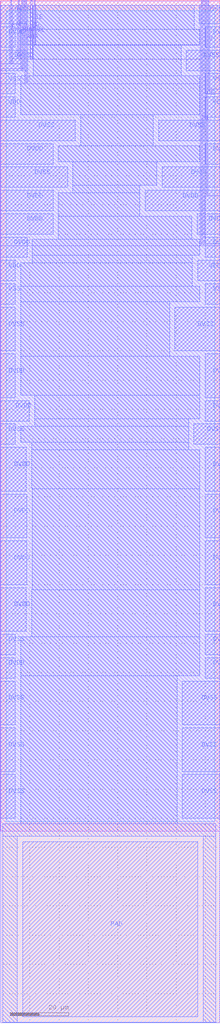
<source format=lef>
VERSION 5.7 ;
  NOWIREEXTENSIONATPIN ON ;
  DIVIDERCHAR "/" ;
  BUSBITCHARS "[]" ;
MACRO gf180mcu_ocd_io__bi_a
  CLASS PAD INOUT ;
  FOREIGN gf180mcu_ocd_io__bi_a ;
  ORIGIN 0.000 0.000 ;
  SIZE 75.000 BY 350.000 ;
  SYMMETRY X Y R90 ;
  SITE GF_IO_Site ;
  PIN A
    DIRECTION INPUT ;
    USE SIGNAL ;
    ANTENNAGATEAREA 0.504000 ;
    ANTENNADIFFAREA 1.000000 ;
    PORT
      LAYER Metal2 ;
        RECT 69.400 267.070 69.780 350.000 ;
    END
  END A
  PIN ANA
    ANTENNAGATEAREA 21.490000 ;
    ANTENNADIFFAREA 80.000000 ;
    PORT
      LAYER Metal2 ;
        RECT 8.530 321.790 8.910 350.005 ;
    END
  END ANA
  PIN CS
    DIRECTION INPUT ;
    USE SIGNAL ;
    ANTENNAGATEAREA 0.504000 ;
    ANTENNADIFFAREA 1.000000 ;
    PORT
      LAYER Metal2 ;
        RECT 3.360 328.545 3.740 350.000 ;
    END
  END CS
  PIN DVDD
    DIRECTION INOUT ;
    USE POWER ;
    PORT
      LAYER Metal3 ;
        RECT 0.000 182.000 8.810 197.000 ;
    END
    PORT
      LAYER Metal3 ;
        RECT 0.000 214.000 5.000 229.000 ;
    END
    PORT
      LAYER Metal3 ;
        RECT 0.000 334.000 5.000 341.000 ;
    END
    PORT
      LAYER Metal3 ;
        RECT 0.000 294.000 17.930 301.000 ;
    END
    PORT
      LAYER Metal3 ;
        RECT 0.000 278.000 17.930 285.000 ;
    END
    PORT
      LAYER Metal3 ;
        RECT 0.000 270.000 17.930 277.000 ;
    END
    PORT
      LAYER Metal3 ;
        RECT 0.000 262.000 9.070 269.000 ;
    END
    PORT
      LAYER Metal3 ;
        RECT 0.000 206.000 9.815 213.000 ;
    END
    PORT
      LAYER Metal3 ;
        RECT 0.000 118.000 5.000 125.000 ;
    END
    PORT
      LAYER Metal3 ;
        RECT 0.000 134.000 8.810 149.000 ;
    END
    PORT
      LAYER Metal3 ;
        RECT 0.000 150.000 8.905 165.000 ;
    END
    PORT
      LAYER Metal3 ;
        RECT 0.000 166.000 8.905 181.000 ;
    END
    PORT
      LAYER Metal3 ;
        RECT 70.000 182.000 75.000 197.000 ;
    END
    PORT
      LAYER Metal3 ;
        RECT 70.000 214.000 75.000 229.000 ;
    END
    PORT
      LAYER Metal3 ;
        RECT 70.000 334.000 75.000 341.000 ;
    END
    PORT
      LAYER Metal3 ;
        RECT 70.000 294.000 75.000 301.000 ;
    END
    PORT
      LAYER Metal3 ;
        RECT 49.445 278.000 75.000 285.000 ;
    END
    PORT
      LAYER Metal3 ;
        RECT 67.195 270.000 75.000 277.000 ;
    END
    PORT
      LAYER Metal3 ;
        RECT 70.000 262.000 75.000 269.000 ;
    END
    PORT
      LAYER Metal3 ;
        RECT 70.000 206.000 75.000 213.000 ;
    END
    PORT
      LAYER Metal3 ;
        RECT 70.000 118.000 75.000 125.000 ;
    END
    PORT
      LAYER Metal3 ;
        RECT 70.000 134.000 75.000 149.000 ;
    END
    PORT
      LAYER Metal3 ;
        RECT 70.000 150.000 75.000 165.000 ;
    END
    PORT
      LAYER Metal3 ;
        RECT 70.000 166.000 75.000 181.000 ;
    END
  END DVDD
  PIN DVSS
    DIRECTION INOUT ;
    USE GROUND ;
    PORT
      LAYER Metal3 ;
        RECT 0.000 86.000 5.000 101.000 ;
    END
    PORT
      LAYER Metal3 ;
        RECT 0.000 70.000 5.000 85.000 ;
    END
    PORT
      LAYER Metal3 ;
        RECT 0.000 230.000 5.000 245.000 ;
    END
    PORT
      LAYER Metal3 ;
        RECT 0.000 198.000 5.000 205.000 ;
    END
    PORT
      LAYER Metal3 ;
        RECT 0.000 102.000 5.000 117.000 ;
    END
    PORT
      LAYER Metal3 ;
        RECT 0.000 126.000 5.000 133.000 ;
    END
    PORT
      LAYER Metal3 ;
        RECT 0.000 286.000 22.880 293.000 ;
    END
    PORT
      LAYER Metal3 ;
        RECT 0.000 302.000 25.555 309.000 ;
    END
    PORT
      LAYER Metal3 ;
        RECT 0.000 326.000 9.320 333.000 ;
    END
    PORT
      LAYER Metal3 ;
        RECT 0.000 342.000 9.320 348.390 ;
    END
    PORT
      LAYER Metal3 ;
        RECT 62.215 86.000 75.000 101.000 ;
    END
    PORT
      LAYER Metal3 ;
        RECT 62.215 70.000 75.000 85.000 ;
    END
    PORT
      LAYER Metal3 ;
        RECT 59.650 230.000 75.000 245.000 ;
    END
    PORT
      LAYER Metal3 ;
        RECT 66.125 198.000 75.000 205.000 ;
    END
    PORT
      LAYER Metal3 ;
        RECT 62.215 102.000 75.000 117.000 ;
    END
    PORT
      LAYER Metal3 ;
        RECT 70.000 126.000 75.000 133.000 ;
    END
    PORT
      LAYER Metal3 ;
        RECT 55.255 286.000 75.000 293.000 ;
    END
    PORT
      LAYER Metal3 ;
        RECT 54.080 302.000 75.000 309.000 ;
    END
    PORT
      LAYER Metal3 ;
        RECT 63.580 326.000 75.000 333.000 ;
    END
    PORT
      LAYER Metal3 ;
        RECT 68.000 342.000 75.000 348.390 ;
    END
  END DVSS
  PIN IE
    DIRECTION INPUT ;
    USE SIGNAL ;
    ANTENNAGATEAREA 0.504000 ;
    ANTENNADIFFAREA 1.000000 ;
    PORT
      LAYER Metal2 ;
        RECT 11.385 334.920 11.765 350.000 ;
    END
  END IE
  PIN OE
    DIRECTION INPUT ;
    USE SIGNAL ;
    ANTENNAGATEAREA 2.016000 ;
    ANTENNADIFFAREA 7.776000 ;
    PORT
      LAYER Metal2 ;
        RECT 70.130 283.445 70.510 350.000 ;
    END
  END OE
  PIN PAD
    DIRECTION INOUT ;
    USE SIGNAL ;
    ANTENNADIFFAREA 258.720001 ;
    PORT
      LAYER Metal3 ;
        RECT 7.500 2.000 67.500 62.000 ;
    END
  END PAD
  PIN PD
    DIRECTION INPUT ;
    USE SIGNAL ;
    ANTENNAGATEAREA 1.512000 ;
    ANTENNADIFFAREA 1.000000 ;
    PORT
      LAYER Metal2 ;
        RECT 10.330 330.100 10.710 350.000 ;
    END
  END PD
  PIN PDRV0
    DIRECTION INPUT ;
    USE SIGNAL ;
    ANTENNAGATEAREA 0.504000 ;
    ANTENNADIFFAREA 2.592000 ;
    PORT
      LAYER Metal2 ;
        RECT 7.110 326.870 7.490 350.000 ;
    END
  END PDRV0
  PIN PDRV1
    DIRECTION INPUT ;
    USE SIGNAL ;
    ANTENNAGATEAREA 0.504000 ;
    ANTENNADIFFAREA 2.592000 ;
    PORT
      LAYER Metal2 ;
        RECT 7.820 326.280 8.200 350.005 ;
    END
  END PDRV1
  PIN PU
    DIRECTION INPUT ;
    USE SIGNAL ;
    ANTENNAGATEAREA 1.008000 ;
    ANTENNADIFFAREA 1.795000 ;
    PORT
      LAYER Metal2 ;
        RECT 5.965 330.420 6.345 350.000 ;
    END
  END PU
  PIN SL
    DIRECTION INPUT ;
    USE SIGNAL ;
    ANTENNAGATEAREA 0.504000 ;
    ANTENNADIFFAREA 1.000000 ;
    PORT
      LAYER Metal2 ;
        RECT 68.670 266.340 69.050 350.000 ;
    END
  END SL
  PIN VDD
    DIRECTION INOUT ;
    USE POWER ;
    PORT
      LAYER Metal3 ;
        RECT 0.000 254.000 5.000 261.000 ;
    END
    PORT
      LAYER Metal3 ;
        RECT 0.000 310.000 5.000 317.000 ;
    END
    PORT
      LAYER Metal3 ;
        RECT 67.385 254.000 75.000 261.000 ;
    END
    PORT
      LAYER Metal3 ;
        RECT 70.000 310.000 75.000 317.000 ;
    END
  END VDD
  PIN VSS
    DIRECTION INOUT ;
    USE GROUND ;
    PORT
      LAYER Metal3 ;
        RECT 0.000 318.000 5.000 325.000 ;
    END
    PORT
      LAYER Metal3 ;
        RECT 0.000 246.000 5.000 253.000 ;
    END
    PORT
      LAYER Metal3 ;
        RECT 70.000 318.000 75.000 325.000 ;
    END
    PORT
      LAYER Metal3 ;
        RECT 70.000 246.000 75.000 253.000 ;
    END
  END VSS
  PIN Y
    DIRECTION OUTPUT ;
    USE SIGNAL ;
    ANTENNADIFFAREA 3.240000 ;
    PORT
      LAYER Metal2 ;
        RECT 70.860 319.900 71.240 350.000 ;
    END
  END Y
  OBS
      LAYER Nwell ;
        RECT 1.805 68.895 73.195 346.535 ;
      LAYER Metal1 ;
        RECT -0.160 65.540 75.160 349.785 ;
      LAYER Metal2 ;
        RECT 0.000 328.245 3.060 348.375 ;
        RECT 4.040 330.120 5.665 348.375 ;
        RECT 6.645 330.120 6.810 348.375 ;
        RECT 4.040 328.245 6.810 330.120 ;
        RECT 0.000 326.570 6.810 328.245 ;
        RECT 9.210 329.800 10.030 348.375 ;
        RECT 11.010 334.620 11.085 348.375 ;
        RECT 12.065 334.620 68.370 348.375 ;
        RECT 11.010 329.800 68.370 334.620 ;
        RECT 0.000 325.980 7.520 326.570 ;
        RECT 0.000 321.490 8.230 325.980 ;
        RECT 9.210 321.490 68.370 329.800 ;
        RECT 0.000 266.040 68.370 321.490 ;
        RECT 71.540 319.600 75.000 348.375 ;
        RECT 70.810 283.145 75.000 319.600 ;
        RECT 70.080 266.770 75.000 283.145 ;
        RECT 69.350 266.040 75.000 266.770 ;
        RECT 0.000 0.000 75.000 266.040 ;
      LAYER Metal3 ;
        RECT 11.120 340.200 66.200 348.390 ;
        RECT 6.800 334.800 68.200 340.200 ;
        RECT 11.120 324.200 61.780 334.800 ;
        RECT 6.800 310.800 68.200 324.200 ;
        RECT 27.355 300.200 52.280 310.800 ;
        RECT 19.730 294.800 68.200 300.200 ;
        RECT 24.680 286.800 53.455 294.800 ;
        RECT 24.680 284.200 47.645 286.800 ;
        RECT 19.730 276.200 47.645 284.200 ;
        RECT 19.730 268.200 65.395 276.200 ;
        RECT 10.870 262.800 68.200 268.200 ;
        RECT 10.870 260.200 65.585 262.800 ;
        RECT 6.800 252.200 65.585 260.200 ;
        RECT 6.800 246.800 68.200 252.200 ;
        RECT 6.800 228.200 57.850 246.800 ;
        RECT 6.800 214.800 68.200 228.200 ;
        RECT 11.615 206.800 68.200 214.800 ;
        RECT 11.615 204.200 64.325 206.800 ;
        RECT 6.800 198.800 64.325 204.200 ;
        RECT 10.610 196.200 64.325 198.800 ;
        RECT 10.610 182.800 68.200 196.200 ;
        RECT 10.705 148.200 68.200 182.800 ;
        RECT 10.610 132.200 68.200 148.200 ;
        RECT 6.800 118.800 68.200 132.200 ;
        RECT 6.800 68.200 60.415 118.800 ;
        RECT 0.665 63.800 73.640 68.200 ;
        RECT 0.665 0.200 5.700 63.800 ;
        RECT 69.300 0.200 73.640 63.800 ;
        RECT 0.665 0.000 73.640 0.200 ;
  END
END gf180mcu_ocd_io__bi_a
END LIBRARY


</source>
